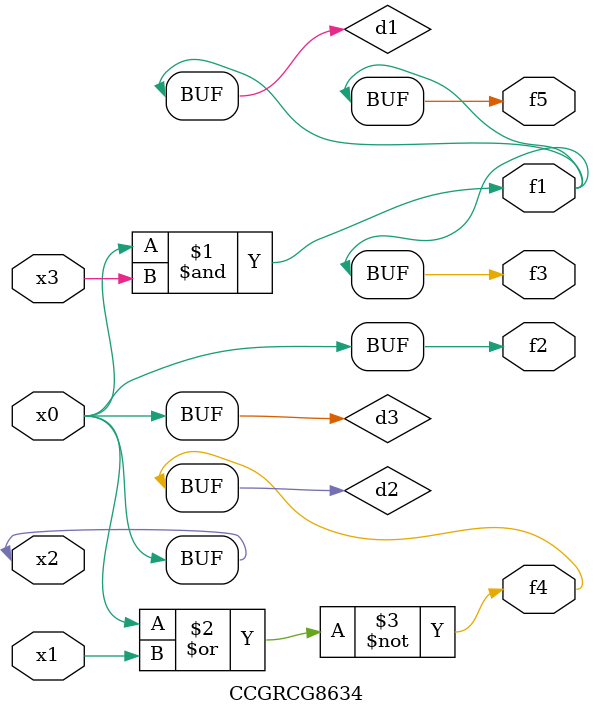
<source format=v>
module CCGRCG8634(
	input x0, x1, x2, x3,
	output f1, f2, f3, f4, f5
);

	wire d1, d2, d3;

	and (d1, x2, x3);
	nor (d2, x0, x1);
	buf (d3, x0, x2);
	assign f1 = d1;
	assign f2 = d3;
	assign f3 = d1;
	assign f4 = d2;
	assign f5 = d1;
endmodule

</source>
